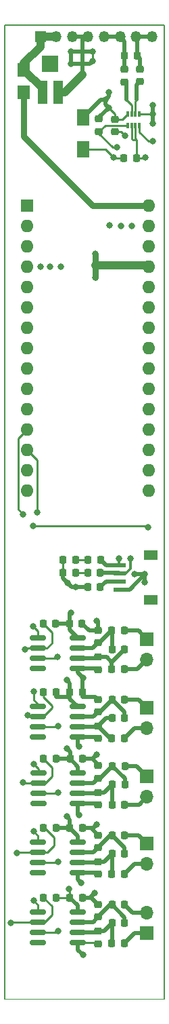
<source format=gtl>
G04 #@! TF.GenerationSoftware,KiCad,Pcbnew,(6.0.6)*
G04 #@! TF.CreationDate,2022-09-02T14:12:24+02:00*
G04 #@! TF.ProjectId,PAINTREv4,5041494e-5452-4457-9634-2e6b69636164,rev?*
G04 #@! TF.SameCoordinates,Original*
G04 #@! TF.FileFunction,Copper,L1,Top*
G04 #@! TF.FilePolarity,Positive*
%FSLAX46Y46*%
G04 Gerber Fmt 4.6, Leading zero omitted, Abs format (unit mm)*
G04 Created by KiCad (PCBNEW (6.0.6)) date 2022-09-02 14:12:24*
%MOMM*%
%LPD*%
G01*
G04 APERTURE LIST*
G04 Aperture macros list*
%AMRoundRect*
0 Rectangle with rounded corners*
0 $1 Rounding radius*
0 $2 $3 $4 $5 $6 $7 $8 $9 X,Y pos of 4 corners*
0 Add a 4 corners polygon primitive as box body*
4,1,4,$2,$3,$4,$5,$6,$7,$8,$9,$2,$3,0*
0 Add four circle primitives for the rounded corners*
1,1,$1+$1,$2,$3*
1,1,$1+$1,$4,$5*
1,1,$1+$1,$6,$7*
1,1,$1+$1,$8,$9*
0 Add four rect primitives between the rounded corners*
20,1,$1+$1,$2,$3,$4,$5,0*
20,1,$1+$1,$4,$5,$6,$7,0*
20,1,$1+$1,$6,$7,$8,$9,0*
20,1,$1+$1,$8,$9,$2,$3,0*%
G04 Aperture macros list end*
G04 #@! TA.AperFunction,Profile*
%ADD10C,0.150000*%
G04 #@! TD*
G04 #@! TA.AperFunction,Profile*
%ADD11C,0.100000*%
G04 #@! TD*
G04 #@! TA.AperFunction,ComponentPad*
%ADD12R,1.600000X1.600000*%
G04 #@! TD*
G04 #@! TA.AperFunction,ComponentPad*
%ADD13O,1.600000X1.600000*%
G04 #@! TD*
G04 #@! TA.AperFunction,SMDPad,CuDef*
%ADD14RoundRect,0.225000X-0.250000X0.225000X-0.250000X-0.225000X0.250000X-0.225000X0.250000X0.225000X0*%
G04 #@! TD*
G04 #@! TA.AperFunction,SMDPad,CuDef*
%ADD15R,1.600000X1.800000*%
G04 #@! TD*
G04 #@! TA.AperFunction,SMDPad,CuDef*
%ADD16R,1.600000X2.000000*%
G04 #@! TD*
G04 #@! TA.AperFunction,SMDPad,CuDef*
%ADD17RoundRect,0.218750X-0.218750X-0.256250X0.218750X-0.256250X0.218750X0.256250X-0.218750X0.256250X0*%
G04 #@! TD*
G04 #@! TA.AperFunction,ComponentPad*
%ADD18R,1.350000X1.350000*%
G04 #@! TD*
G04 #@! TA.AperFunction,ComponentPad*
%ADD19O,1.350000X1.350000*%
G04 #@! TD*
G04 #@! TA.AperFunction,SMDPad,CuDef*
%ADD20R,1.550000X0.600000*%
G04 #@! TD*
G04 #@! TA.AperFunction,SMDPad,CuDef*
%ADD21R,1.800000X1.200000*%
G04 #@! TD*
G04 #@! TA.AperFunction,SMDPad,CuDef*
%ADD22RoundRect,0.218750X0.218750X0.256250X-0.218750X0.256250X-0.218750X-0.256250X0.218750X-0.256250X0*%
G04 #@! TD*
G04 #@! TA.AperFunction,SMDPad,CuDef*
%ADD23RoundRect,0.225000X0.225000X0.250000X-0.225000X0.250000X-0.225000X-0.250000X0.225000X-0.250000X0*%
G04 #@! TD*
G04 #@! TA.AperFunction,SMDPad,CuDef*
%ADD24RoundRect,0.225000X-0.225000X-0.250000X0.225000X-0.250000X0.225000X0.250000X-0.225000X0.250000X0*%
G04 #@! TD*
G04 #@! TA.AperFunction,SMDPad,CuDef*
%ADD25RoundRect,0.150000X0.825000X0.150000X-0.825000X0.150000X-0.825000X-0.150000X0.825000X-0.150000X0*%
G04 #@! TD*
G04 #@! TA.AperFunction,ComponentPad*
%ADD26O,1.700000X1.700000*%
G04 #@! TD*
G04 #@! TA.AperFunction,ComponentPad*
%ADD27R,1.700000X1.700000*%
G04 #@! TD*
G04 #@! TA.AperFunction,SMDPad,CuDef*
%ADD28RoundRect,0.218750X-0.256250X0.218750X-0.256250X-0.218750X0.256250X-0.218750X0.256250X0.218750X0*%
G04 #@! TD*
G04 #@! TA.AperFunction,SMDPad,CuDef*
%ADD29R,0.330000X0.710000*%
G04 #@! TD*
G04 #@! TA.AperFunction,SMDPad,CuDef*
%ADD30R,0.310000X0.660000*%
G04 #@! TD*
G04 #@! TA.AperFunction,SMDPad,CuDef*
%ADD31RoundRect,0.225000X0.250000X-0.225000X0.250000X0.225000X-0.250000X0.225000X-0.250000X-0.225000X0*%
G04 #@! TD*
G04 #@! TA.AperFunction,SMDPad,CuDef*
%ADD32R,2.000000X2.000000*%
G04 #@! TD*
G04 #@! TA.AperFunction,SMDPad,CuDef*
%ADD33R,1.200000X3.000000*%
G04 #@! TD*
G04 #@! TA.AperFunction,ViaPad*
%ADD34C,0.800000*%
G04 #@! TD*
G04 #@! TA.AperFunction,Conductor*
%ADD35C,1.000000*%
G04 #@! TD*
G04 #@! TA.AperFunction,Conductor*
%ADD36C,0.500000*%
G04 #@! TD*
G04 #@! TA.AperFunction,Conductor*
%ADD37C,0.250000*%
G04 #@! TD*
G04 #@! TA.AperFunction,Conductor*
%ADD38C,0.300000*%
G04 #@! TD*
G04 #@! TA.AperFunction,Conductor*
%ADD39C,0.750000*%
G04 #@! TD*
G04 #@! TA.AperFunction,Conductor*
%ADD40C,0.350000*%
G04 #@! TD*
G04 APERTURE END LIST*
D10*
X144200000Y-32450000D02*
X144200000Y-154000000D01*
X124200000Y-154000000D02*
X124200000Y-32450000D01*
D11*
X124200000Y-154000000D02*
X144200000Y-154000000D01*
D10*
X124200000Y-32450000D02*
X144200000Y-32450000D01*
D12*
X127000000Y-55000000D03*
D13*
X127000000Y-57540000D03*
X127000000Y-60080000D03*
X127000000Y-62620000D03*
X127000000Y-65160000D03*
X127000000Y-67700000D03*
X127000000Y-70240000D03*
X127000000Y-72780000D03*
X127000000Y-75320000D03*
X127000000Y-77860000D03*
X127000000Y-80400000D03*
X127000000Y-82940000D03*
X127000000Y-85480000D03*
X127000000Y-88020000D03*
X127000000Y-90560000D03*
X142240000Y-90560000D03*
X142240000Y-88020000D03*
X142240000Y-85480000D03*
X142240000Y-82940000D03*
X142240000Y-80400000D03*
X142240000Y-77860000D03*
X142240000Y-75320000D03*
X142240000Y-72780000D03*
X142240000Y-70240000D03*
X142240000Y-67700000D03*
X142240000Y-65160000D03*
X142240000Y-62620000D03*
X142240000Y-60080000D03*
X142240000Y-57540000D03*
X142240000Y-55000000D03*
D14*
X135879000Y-108013000D03*
X135879000Y-109563000D03*
D15*
X126615000Y-40880000D03*
X126615000Y-38080000D03*
D16*
X134000000Y-44000000D03*
X134000000Y-48000000D03*
D17*
X134612500Y-102600000D03*
X136187500Y-102600000D03*
X134612500Y-100800000D03*
X136187500Y-100800000D03*
X131525000Y-99200000D03*
X133100000Y-99200000D03*
X131512500Y-100800000D03*
X133087500Y-100800000D03*
X134625000Y-99200000D03*
X136200000Y-99200000D03*
D18*
X128665000Y-33950000D03*
D19*
X130665000Y-33950000D03*
X132665000Y-33950000D03*
X134665000Y-33950000D03*
X136665000Y-33950000D03*
X138665000Y-33950000D03*
X140665000Y-33950000D03*
X142665000Y-33950000D03*
D20*
X138600000Y-99900000D03*
X138600000Y-100900000D03*
X138600000Y-101900000D03*
X138600000Y-102900000D03*
D21*
X142475000Y-104200000D03*
X142475000Y-98600000D03*
D22*
X140715000Y-49050000D03*
X139140000Y-49050000D03*
D23*
X137707000Y-127206000D03*
X139257000Y-127206000D03*
D17*
X129074000Y-124031000D03*
X130649000Y-124031000D03*
D14*
X135904000Y-145536000D03*
X135904000Y-147086000D03*
D22*
X140777500Y-36300000D03*
X139202500Y-36300000D03*
D14*
X135904000Y-143758000D03*
X135904000Y-142208000D03*
D24*
X132376000Y-115750000D03*
X133926000Y-115750000D03*
D25*
X128428000Y-129619000D03*
X128428000Y-128349000D03*
X128428000Y-127079000D03*
X128428000Y-125809000D03*
X133378000Y-125809000D03*
X133378000Y-127079000D03*
X133378000Y-128349000D03*
X133378000Y-129619000D03*
D14*
X135904000Y-138423000D03*
X135904000Y-136873000D03*
D24*
X133926000Y-141345000D03*
X132376000Y-141345000D03*
D22*
X137656500Y-142234000D03*
X139231500Y-142234000D03*
D17*
X129024000Y-107150000D03*
X130599000Y-107150000D03*
D23*
X137682000Y-118920000D03*
X139232000Y-118920000D03*
D24*
X137669000Y-110345000D03*
X139219000Y-110345000D03*
D26*
X142025000Y-128750000D03*
D27*
X142025000Y-126210000D03*
D28*
X141110000Y-37975000D03*
X141110000Y-39550000D03*
D17*
X130624000Y-132682000D03*
X129049000Y-132682000D03*
D26*
X142025000Y-120210000D03*
D27*
X142025000Y-117670000D03*
D24*
X132401000Y-124031000D03*
X133951000Y-124031000D03*
D22*
X137631500Y-108039000D03*
X139206500Y-108039000D03*
D14*
X135929000Y-129772000D03*
X135929000Y-128222000D03*
X135904000Y-135095000D03*
X135904000Y-133545000D03*
D26*
X142025000Y-137147000D03*
D27*
X142025000Y-134607000D03*
D25*
X133353000Y-138270000D03*
X133353000Y-137000000D03*
X133353000Y-135730000D03*
X133353000Y-134460000D03*
X128403000Y-134460000D03*
X128403000Y-135730000D03*
X128403000Y-137000000D03*
X128403000Y-138270000D03*
D22*
X137681500Y-124920000D03*
X139256500Y-124920000D03*
X137656500Y-133571000D03*
X139231500Y-133571000D03*
D23*
X137682000Y-144520000D03*
X139232000Y-144520000D03*
D14*
X135904000Y-118158000D03*
X135904000Y-116608000D03*
D25*
X128403000Y-121333000D03*
X128403000Y-120063000D03*
X128403000Y-118793000D03*
X128403000Y-117523000D03*
X133353000Y-117523000D03*
X133353000Y-118793000D03*
X133353000Y-120063000D03*
X133353000Y-121333000D03*
D26*
X142000000Y-143250000D03*
D27*
X142000000Y-145790000D03*
X142025000Y-109095000D03*
D26*
X142025000Y-111635000D03*
D14*
X135879000Y-112891000D03*
X135879000Y-111341000D03*
D22*
X137606000Y-112865000D03*
X139181000Y-112865000D03*
D28*
X139240000Y-38005000D03*
X139240000Y-39580000D03*
D29*
X139590000Y-45035000D03*
D30*
X140090000Y-45035000D03*
X140590000Y-45035000D03*
X141090000Y-45035000D03*
X141090000Y-43565000D03*
X140590000Y-43565000D03*
X140090000Y-43565000D03*
X139590000Y-43565000D03*
D17*
X130624000Y-141345000D03*
X129049000Y-141345000D03*
D22*
X139206000Y-121460000D03*
X137631000Y-121460000D03*
X137631000Y-138397000D03*
X139206000Y-138397000D03*
X137631000Y-147060000D03*
X139206000Y-147060000D03*
X137656000Y-129746000D03*
X139231000Y-129746000D03*
D23*
X137682000Y-135857000D03*
X139232000Y-135857000D03*
D25*
X128378000Y-112738000D03*
X128378000Y-111468000D03*
X128378000Y-110198000D03*
X128378000Y-108928000D03*
X133328000Y-108928000D03*
X133328000Y-110198000D03*
X133328000Y-111468000D03*
X133328000Y-112738000D03*
D28*
X136000000Y-44212500D03*
X136000000Y-45787500D03*
D24*
X133926000Y-132682000D03*
X132376000Y-132682000D03*
X132351000Y-107150000D03*
X133901000Y-107150000D03*
D17*
X129049000Y-115750000D03*
X130624000Y-115750000D03*
D14*
X135904000Y-121486000D03*
X135904000Y-119936000D03*
D31*
X138000000Y-44225000D03*
X138000000Y-45775000D03*
D25*
X133353000Y-146933000D03*
X133353000Y-145663000D03*
X133353000Y-144393000D03*
X133353000Y-143123000D03*
X128403000Y-143123000D03*
X128403000Y-144393000D03*
X128403000Y-145663000D03*
X128403000Y-146933000D03*
D22*
X137656500Y-116634000D03*
X139231500Y-116634000D03*
D14*
X135929000Y-126444000D03*
X135929000Y-124894000D03*
D32*
X129915000Y-37350000D03*
D33*
X130915000Y-40900000D03*
X128915000Y-40900000D03*
D34*
X139250000Y-46250000D03*
X138250000Y-47750000D03*
X140000000Y-99000000D03*
X138500000Y-99000000D03*
X132125000Y-102125000D03*
X133100000Y-102600000D03*
X141750000Y-102000000D03*
X140500000Y-101000000D03*
X141750000Y-101000000D03*
X132000000Y-114215000D03*
X132000000Y-122750000D03*
X132000000Y-131250000D03*
X132500000Y-105845000D03*
X135750000Y-106845000D03*
X134000000Y-113965000D03*
X133750000Y-139500000D03*
X133500000Y-131000000D03*
X133500000Y-122500000D03*
X135750000Y-123500000D03*
X135500000Y-140750000D03*
X135750000Y-132250000D03*
X132250000Y-140250000D03*
X134000000Y-148500000D03*
X128250000Y-93250000D03*
X127830000Y-115635000D03*
X127830000Y-124670000D03*
X126500000Y-93500000D03*
X127750000Y-95000000D03*
X126750000Y-110345000D03*
X126500000Y-127000000D03*
X125750000Y-135750000D03*
X125000000Y-144500000D03*
X127105500Y-118573773D03*
X127805000Y-107531000D03*
X133915000Y-35800000D03*
X142750000Y-43550000D03*
X129880000Y-62620000D03*
X131200000Y-62600000D03*
X133915000Y-38700000D03*
X137815000Y-49000000D03*
X135215000Y-35800000D03*
X137300000Y-57500000D03*
X132515000Y-35800000D03*
X138760000Y-57540000D03*
X132515000Y-37300000D03*
X133915000Y-37300000D03*
X132815000Y-39800000D03*
X135215000Y-37000000D03*
X140160000Y-57540000D03*
X128680000Y-62620000D03*
X142750000Y-44750000D03*
X142750000Y-42450000D03*
X127830000Y-141726000D03*
X127830000Y-133063000D03*
X142200000Y-95100000D03*
X135600000Y-62500000D03*
X137000000Y-62500000D03*
X135600000Y-64000000D03*
X137240000Y-40880000D03*
X136815000Y-41800000D03*
X135600000Y-61000000D03*
X137227500Y-42812500D03*
X130903000Y-128222000D03*
X130878000Y-119936000D03*
X130878000Y-136873000D03*
X130878000Y-145536000D03*
X130853000Y-111341000D03*
X141815000Y-49000000D03*
X142715000Y-47000000D03*
D35*
X128665000Y-33950000D02*
X130665000Y-33950000D01*
X128665000Y-35200000D02*
X128665000Y-33950000D01*
D36*
X136815000Y-42400000D02*
X137227500Y-42812500D01*
X136815000Y-41800000D02*
X136815000Y-42400000D01*
X137240000Y-41375000D02*
X136815000Y-41800000D01*
X137240000Y-40880000D02*
X137240000Y-41375000D01*
X136000000Y-44040000D02*
X137227500Y-42812500D01*
X136000000Y-44212500D02*
X136000000Y-44040000D01*
D37*
X128403000Y-117239000D02*
X127830000Y-116666000D01*
X127830000Y-116666000D02*
X127830000Y-115635000D01*
X128403000Y-117523000D02*
X128403000Y-117239000D01*
D36*
X133328000Y-113293000D02*
X134000000Y-113965000D01*
X133328000Y-112738000D02*
X133328000Y-113293000D01*
D35*
X135600000Y-62500000D02*
X142120000Y-62500000D01*
X142120000Y-62500000D02*
X142240000Y-62620000D01*
D37*
X137750000Y-47750000D02*
X138250000Y-47750000D01*
X136000000Y-46000000D02*
X137750000Y-47750000D01*
X136000000Y-45787500D02*
X136000000Y-46000000D01*
X142735000Y-43565000D02*
X142750000Y-43550000D01*
X141090000Y-43565000D02*
X142735000Y-43565000D01*
X138775000Y-45775000D02*
X139250000Y-46250000D01*
X138000000Y-45775000D02*
X138775000Y-45775000D01*
X136787500Y-45000000D02*
X136000000Y-45787500D01*
X139555000Y-45000000D02*
X136787500Y-45000000D01*
X139590000Y-45035000D02*
X139555000Y-45000000D01*
X138000000Y-43585000D02*
X137227500Y-42812500D01*
X138000000Y-44225000D02*
X138000000Y-43585000D01*
X138930000Y-44225000D02*
X139590000Y-43565000D01*
X138000000Y-44225000D02*
X138930000Y-44225000D01*
X140090000Y-46640000D02*
X140225000Y-46775000D01*
X140090000Y-45035000D02*
X140090000Y-46640000D01*
X140725000Y-46775000D02*
X140225000Y-46775000D01*
X140590000Y-46640000D02*
X140725000Y-46775000D01*
X140590000Y-45035000D02*
X140590000Y-46640000D01*
X141090000Y-45870000D02*
X142220000Y-47000000D01*
X141090000Y-45035000D02*
X141090000Y-45870000D01*
X142220000Y-47000000D02*
X142715000Y-47000000D01*
X140590000Y-41960000D02*
X140725000Y-41825000D01*
X140590000Y-43565000D02*
X140590000Y-41960000D01*
X140090000Y-43565000D02*
X140090000Y-42460000D01*
X140090000Y-42460000D02*
X139455000Y-41825000D01*
D38*
X139375000Y-100900000D02*
X138600000Y-100900000D01*
X140000000Y-100275000D02*
X139375000Y-100900000D01*
X140000000Y-99000000D02*
X140000000Y-100275000D01*
X138500000Y-99800000D02*
X138600000Y-99900000D01*
X138500000Y-99000000D02*
X138500000Y-99800000D01*
D36*
X139850000Y-102900000D02*
X141750000Y-101000000D01*
X138600000Y-102900000D02*
X139850000Y-102900000D01*
D39*
X135600000Y-64000000D02*
X135600000Y-61000000D01*
X142220000Y-62600000D02*
X142240000Y-62620000D01*
D36*
X132600000Y-102600000D02*
X132125000Y-102125000D01*
X133100000Y-102600000D02*
X132600000Y-102600000D01*
X132125000Y-102125000D02*
X131512500Y-101512500D01*
X134612500Y-102600000D02*
X133100000Y-102600000D01*
X131512500Y-101512500D02*
X131512500Y-100800000D01*
X141750000Y-101000000D02*
X141750000Y-102000000D01*
X141750000Y-101000000D02*
X140500000Y-101000000D01*
X136900000Y-99900000D02*
X136200000Y-99200000D01*
X138600000Y-99900000D02*
X136900000Y-99900000D01*
X138500000Y-100800000D02*
X138600000Y-100900000D01*
X136187500Y-100800000D02*
X138500000Y-100800000D01*
X136887500Y-101900000D02*
X138600000Y-101900000D01*
X136187500Y-102600000D02*
X136887500Y-101900000D01*
X132376000Y-115750000D02*
X132376000Y-114591000D01*
X132376000Y-114591000D02*
X132000000Y-114215000D01*
X132401000Y-123151000D02*
X132000000Y-122750000D01*
X132401000Y-124031000D02*
X132401000Y-123151000D01*
X132376000Y-131626000D02*
X132000000Y-131250000D01*
X132376000Y-132682000D02*
X132376000Y-131626000D01*
X132351000Y-105994000D02*
X132500000Y-105845000D01*
X132351000Y-107150000D02*
X132351000Y-105994000D01*
X135879000Y-106974000D02*
X135750000Y-106845000D01*
X135879000Y-108013000D02*
X135879000Y-106974000D01*
X134764000Y-108013000D02*
X133901000Y-107150000D01*
X135879000Y-108013000D02*
X134764000Y-108013000D01*
X133328000Y-110198000D02*
X135244000Y-110198000D01*
X135752000Y-111468000D02*
X135879000Y-111341000D01*
X133328000Y-111468000D02*
X135752000Y-111468000D01*
X133926000Y-115750000D02*
X133926000Y-114039000D01*
X135581000Y-116285000D02*
X135904000Y-116608000D01*
X133926000Y-116285000D02*
X135581000Y-116285000D01*
X135726000Y-112738000D02*
X135879000Y-112891000D01*
X133328000Y-112738000D02*
X135726000Y-112738000D01*
X133353000Y-139103000D02*
X133750000Y-139500000D01*
X133353000Y-138270000D02*
X133353000Y-139103000D01*
X133378000Y-130878000D02*
X133500000Y-131000000D01*
X133378000Y-129619000D02*
X133378000Y-130878000D01*
X133353000Y-122353000D02*
X133500000Y-122500000D01*
X133353000Y-121333000D02*
X133353000Y-122353000D01*
X133353000Y-121333000D02*
X135751000Y-121333000D01*
X135751000Y-121333000D02*
X135904000Y-121486000D01*
X135929000Y-124741000D02*
X135219000Y-124031000D01*
X135929000Y-124894000D02*
X135929000Y-124741000D01*
X135219000Y-124031000D02*
X135750000Y-123500000D01*
X133951000Y-124031000D02*
X135219000Y-124031000D01*
X135041000Y-141345000D02*
X135904000Y-142208000D01*
X134905000Y-141345000D02*
X135041000Y-141345000D01*
X133926000Y-141345000D02*
X134905000Y-141345000D01*
X134905000Y-141345000D02*
X135500000Y-140750000D01*
X133378000Y-129619000D02*
X135776000Y-129619000D01*
X135776000Y-129619000D02*
X135929000Y-129772000D01*
X135318000Y-132682000D02*
X135750000Y-132250000D01*
X135041000Y-132682000D02*
X135318000Y-132682000D01*
X135041000Y-132682000D02*
X135904000Y-133545000D01*
X133926000Y-132682000D02*
X135041000Y-132682000D01*
X134980000Y-138270000D02*
X135751000Y-138270000D01*
X133353000Y-138270000D02*
X134980000Y-138270000D01*
X135751000Y-138270000D02*
X135904000Y-138423000D01*
D37*
X132376000Y-140376000D02*
X132250000Y-140250000D01*
X132376000Y-141345000D02*
X132376000Y-140376000D01*
D36*
X133353000Y-147853000D02*
X134000000Y-148500000D01*
X133353000Y-146933000D02*
X133353000Y-147853000D01*
D37*
X135751000Y-146933000D02*
X135904000Y-147086000D01*
X133353000Y-146933000D02*
X135751000Y-146933000D01*
X125875000Y-92875000D02*
X126500000Y-93500000D01*
X125875000Y-84065000D02*
X125875000Y-92875000D01*
X127000000Y-82940000D02*
X125875000Y-84065000D01*
X128250000Y-86730000D02*
X128250000Y-93250000D01*
X127000000Y-85480000D02*
X128250000Y-86730000D01*
X128403000Y-134460000D02*
X128403000Y-133636000D01*
X128403000Y-133636000D02*
X127830000Y-133063000D01*
D36*
X133353000Y-145663000D02*
X135777000Y-145663000D01*
X135777000Y-145663000D02*
X135904000Y-145536000D01*
X133353000Y-144393000D02*
X135269000Y-144393000D01*
X133353000Y-137000000D02*
X135777000Y-137000000D01*
X135777000Y-137000000D02*
X135904000Y-136873000D01*
X133353000Y-135730000D02*
X135269000Y-135730000D01*
X133378000Y-128349000D02*
X135802000Y-128349000D01*
X135802000Y-128349000D02*
X135929000Y-128222000D01*
X133378000Y-127079000D02*
X135294000Y-127079000D01*
X135777000Y-120063000D02*
X135904000Y-119936000D01*
X133353000Y-120063000D02*
X135777000Y-120063000D01*
X133353000Y-118793000D02*
X135269000Y-118793000D01*
D37*
X130141000Y-117377000D02*
X130141000Y-117670000D01*
X128428000Y-125268000D02*
X127830000Y-124670000D01*
X128428000Y-125809000D02*
X128428000Y-125268000D01*
X128378000Y-108928000D02*
X128378000Y-108104000D01*
X128378000Y-108104000D02*
X127805000Y-107531000D01*
X128378000Y-111468000D02*
X130726000Y-111468000D01*
X130726000Y-111468000D02*
X130853000Y-111341000D01*
X130751000Y-120063000D02*
X130878000Y-119936000D01*
X128403000Y-120063000D02*
X130751000Y-120063000D01*
X130776000Y-128349000D02*
X130903000Y-128222000D01*
X128428000Y-128349000D02*
X130776000Y-128349000D01*
X130751000Y-137000000D02*
X130878000Y-136873000D01*
X128403000Y-137000000D02*
X130751000Y-137000000D01*
X142100000Y-95000000D02*
X142200000Y-95100000D01*
X127750000Y-95000000D02*
X142100000Y-95000000D01*
X127324727Y-118793000D02*
X127105500Y-118573773D01*
X128403000Y-118793000D02*
X127324727Y-118793000D01*
X126897000Y-110198000D02*
X126750000Y-110345000D01*
X128378000Y-110198000D02*
X126897000Y-110198000D01*
X128428000Y-127079000D02*
X126579000Y-127079000D01*
X126579000Y-127079000D02*
X126500000Y-127000000D01*
X125770000Y-135730000D02*
X125750000Y-135750000D01*
X128403000Y-135730000D02*
X125770000Y-135730000D01*
X125107000Y-144393000D02*
X125000000Y-144500000D01*
X128403000Y-144393000D02*
X125107000Y-144393000D01*
D36*
X132351000Y-107951000D02*
X133328000Y-108928000D01*
X132351000Y-107150000D02*
X132351000Y-107951000D01*
X130599000Y-107150000D02*
X132351000Y-107150000D01*
X132376000Y-116546000D02*
X133353000Y-117523000D01*
X132376000Y-116285000D02*
X130624000Y-116285000D01*
X135879000Y-111341000D02*
X136989000Y-111341000D01*
X136989000Y-111341000D02*
X137606000Y-111958000D01*
X140795000Y-112865000D02*
X142025000Y-111635000D01*
X139181000Y-112865000D02*
X140795000Y-112865000D01*
X140969000Y-108039000D02*
X142025000Y-109095000D01*
X139206500Y-108039000D02*
X140969000Y-108039000D01*
X137606000Y-111958000D02*
X139219000Y-110345000D01*
X137606000Y-112865000D02*
X137606000Y-111958000D01*
X137669000Y-108076500D02*
X137631500Y-108039000D01*
X137669000Y-110345000D02*
X137669000Y-108076500D01*
X136107500Y-109563000D02*
X137631500Y-108039000D01*
X135879000Y-109563000D02*
X136107500Y-109563000D01*
X135244000Y-110198000D02*
X135879000Y-109563000D01*
X135269000Y-118793000D02*
X135904000Y-118158000D01*
X136132500Y-118158000D02*
X137656500Y-116634000D01*
X135904000Y-118158000D02*
X136132500Y-118158000D01*
X140456000Y-120210000D02*
X139206000Y-121460000D01*
X142025000Y-120210000D02*
X140456000Y-120210000D01*
X140989000Y-116634000D02*
X142025000Y-117670000D01*
X139231500Y-116634000D02*
X140989000Y-116634000D01*
X137631000Y-121460000D02*
X137428000Y-121460000D01*
X137428000Y-121460000D02*
X135904000Y-119936000D01*
X136920000Y-118920000D02*
X135904000Y-119936000D01*
X137682000Y-118920000D02*
X136920000Y-118920000D01*
X139232000Y-118209500D02*
X137656500Y-116634000D01*
X139232000Y-118920000D02*
X139232000Y-118209500D01*
X130649000Y-124031000D02*
X132401000Y-124031000D01*
X133378000Y-125008000D02*
X132401000Y-124031000D01*
X133378000Y-125809000D02*
X133378000Y-125008000D01*
X135294000Y-127079000D02*
X135929000Y-126444000D01*
X136157500Y-126444000D02*
X137681500Y-124920000D01*
X135929000Y-126444000D02*
X136157500Y-126444000D01*
X139231000Y-129746000D02*
X141029000Y-129746000D01*
X141029000Y-129746000D02*
X142025000Y-128750000D01*
X140735000Y-124920000D02*
X142025000Y-126210000D01*
X139256500Y-124920000D02*
X140735000Y-124920000D01*
X139257000Y-126495500D02*
X137681500Y-124920000D01*
X139257000Y-127206000D02*
X139257000Y-126495500D01*
X137656000Y-129746000D02*
X137656000Y-127257000D01*
X137656000Y-127257000D02*
X137707000Y-127206000D01*
X136691000Y-128222000D02*
X137707000Y-127206000D01*
X135929000Y-128222000D02*
X136691000Y-128222000D01*
D37*
X130116000Y-108242000D02*
X129024000Y-107150000D01*
X130116000Y-109583000D02*
X130116000Y-108242000D01*
X129501000Y-110198000D02*
X130116000Y-109583000D01*
X128378000Y-110198000D02*
X129501000Y-110198000D01*
X130141000Y-117377000D02*
X129049000Y-116285000D01*
X128403000Y-118793000D02*
X129018000Y-118793000D01*
X129018000Y-118793000D02*
X130141000Y-117670000D01*
X130166000Y-125123000D02*
X129074000Y-124031000D01*
X130166000Y-126210000D02*
X130166000Y-125123000D01*
X129297000Y-127079000D02*
X130166000Y-126210000D01*
X128428000Y-127079000D02*
X129297000Y-127079000D01*
X129232000Y-132682000D02*
X129049000Y-132682000D01*
X130395000Y-133845000D02*
X129232000Y-132682000D01*
X130395000Y-134861000D02*
X130395000Y-133845000D01*
X129526000Y-135730000D02*
X130395000Y-134861000D01*
X128403000Y-135730000D02*
X129526000Y-135730000D01*
D36*
X130624000Y-132682000D02*
X132376000Y-132682000D01*
X133353000Y-133659000D02*
X132376000Y-132682000D01*
X133353000Y-134460000D02*
X133353000Y-133659000D01*
X140989000Y-133571000D02*
X142025000Y-134607000D01*
X139231500Y-133571000D02*
X140989000Y-133571000D01*
X136666000Y-136873000D02*
X137682000Y-135857000D01*
X135904000Y-136873000D02*
X136666000Y-136873000D01*
X137682000Y-138346000D02*
X137631000Y-138397000D01*
X137682000Y-135857000D02*
X137682000Y-138346000D01*
X140456000Y-137147000D02*
X139206000Y-138397000D01*
X142025000Y-137147000D02*
X140456000Y-137147000D01*
X135269000Y-135730000D02*
X135904000Y-135095000D01*
X139232000Y-135146500D02*
X137656500Y-133571000D01*
X139232000Y-135857000D02*
X139232000Y-135146500D01*
X137428000Y-133571000D02*
X135904000Y-135095000D01*
X137656500Y-133571000D02*
X137428000Y-133571000D01*
D35*
X132815000Y-39800000D02*
X133915000Y-38700000D01*
D36*
X133765000Y-33950000D02*
X132665000Y-33950000D01*
X134915000Y-37300000D02*
X135215000Y-37000000D01*
X132515000Y-37300000D02*
X132515000Y-35800000D01*
X142750000Y-43550000D02*
X142750000Y-44750000D01*
X133915000Y-37300000D02*
X133915000Y-35800000D01*
D37*
X134000000Y-48000000D02*
X136815000Y-48000000D01*
X137865000Y-49050000D02*
X137815000Y-49000000D01*
D36*
X132515000Y-35800000D02*
X135215000Y-35800000D01*
X142750000Y-43550000D02*
X142750000Y-42450000D01*
X133915000Y-34100000D02*
X133765000Y-33950000D01*
X132515000Y-37300000D02*
X134915000Y-37300000D01*
X133915000Y-38700000D02*
X133915000Y-37300000D01*
X133765000Y-33950000D02*
X134665000Y-33950000D01*
D37*
X136815000Y-48000000D02*
X137815000Y-49000000D01*
X135165000Y-37050000D02*
X135215000Y-37000000D01*
D36*
X133915000Y-35800000D02*
X133915000Y-34100000D01*
D37*
X139140000Y-49050000D02*
X137865000Y-49050000D01*
X135215000Y-37000000D02*
X135215000Y-35800000D01*
D35*
X131715000Y-40900000D02*
X132815000Y-39800000D01*
X130915000Y-40900000D02*
X131715000Y-40900000D01*
D37*
X129227000Y-144393000D02*
X128403000Y-144393000D01*
X129049000Y-141345000D02*
X130116000Y-142412000D01*
X130116000Y-143504000D02*
X129227000Y-144393000D01*
X130116000Y-142412000D02*
X130116000Y-143504000D01*
X128403000Y-142299000D02*
X127830000Y-141726000D01*
X128403000Y-143123000D02*
X128403000Y-142299000D01*
D35*
X128915000Y-40900000D02*
X128915000Y-40380000D01*
X128915000Y-40380000D02*
X126615000Y-38080000D01*
X126615000Y-38080000D02*
X126615000Y-37250000D01*
X126615000Y-37250000D02*
X128665000Y-35200000D01*
D36*
X137656500Y-142234000D02*
X137428000Y-142234000D01*
X137428000Y-142234000D02*
X135904000Y-143758000D01*
X135904000Y-143758000D02*
X135269000Y-144393000D01*
X139232000Y-144520000D02*
X139232000Y-143809500D01*
X139232000Y-143809500D02*
X137656500Y-142234000D01*
X142000000Y-143250000D02*
X140247500Y-143250000D01*
X140247500Y-143250000D02*
X139231500Y-142234000D01*
X142000000Y-145790000D02*
X140476000Y-145790000D01*
X140476000Y-145790000D02*
X139206000Y-147060000D01*
D37*
X134625000Y-99200000D02*
X133100000Y-99200000D01*
X133087500Y-100800000D02*
X134612500Y-100800000D01*
D36*
X133353000Y-142322000D02*
X132376000Y-141345000D01*
D37*
X130624000Y-141345000D02*
X132376000Y-141345000D01*
D36*
X133353000Y-143123000D02*
X133353000Y-142322000D01*
X136200000Y-41800000D02*
X134000000Y-44000000D01*
D37*
X131512500Y-100800000D02*
X131512500Y-99712500D01*
D36*
X136815000Y-41800000D02*
X136200000Y-41800000D01*
D37*
X128403000Y-145663000D02*
X130751000Y-145663000D01*
X130751000Y-145663000D02*
X130878000Y-145536000D01*
X140725000Y-49040000D02*
X140715000Y-49050000D01*
X141765000Y-49050000D02*
X141815000Y-49000000D01*
X140725000Y-48090000D02*
X140725000Y-49040000D01*
X140715000Y-49050000D02*
X141765000Y-49050000D01*
X140725000Y-46775000D02*
X140725000Y-48090000D01*
D36*
X141110000Y-36632500D02*
X140777500Y-36300000D01*
X140815000Y-34100000D02*
X140665000Y-33950000D01*
X140665000Y-33950000D02*
X142665000Y-33950000D01*
X141110000Y-37975000D02*
X141110000Y-36632500D01*
X140777500Y-36300000D02*
X140777500Y-34062500D01*
X140777500Y-34062500D02*
X140665000Y-33950000D01*
X140725000Y-41825000D02*
X140725000Y-39935000D01*
X140725000Y-39935000D02*
X141110000Y-39550000D01*
X136665000Y-33950000D02*
X137815000Y-33950000D01*
X137815000Y-33950000D02*
X138665000Y-33950000D01*
X139202500Y-34487500D02*
X138665000Y-33950000D01*
D40*
X137890000Y-34025000D02*
X137815000Y-33950000D01*
D36*
X139202500Y-36300000D02*
X139202500Y-34487500D01*
X139240000Y-36337500D02*
X139202500Y-36300000D01*
X139240000Y-38005000D02*
X139240000Y-36337500D01*
X139455000Y-41825000D02*
X139455000Y-39795000D01*
X139455000Y-39795000D02*
X139240000Y-39580000D01*
D39*
X142240000Y-55000000D02*
X135200000Y-55000000D01*
X126615000Y-46415000D02*
X126615000Y-40880000D01*
X135200000Y-55000000D02*
X126615000Y-46415000D01*
D36*
X135904000Y-145536000D02*
X136666000Y-145536000D01*
X137682000Y-147009000D02*
X137631000Y-147060000D01*
X137682000Y-144520000D02*
X137682000Y-147009000D01*
X136666000Y-145536000D02*
X137682000Y-144520000D01*
M02*

</source>
